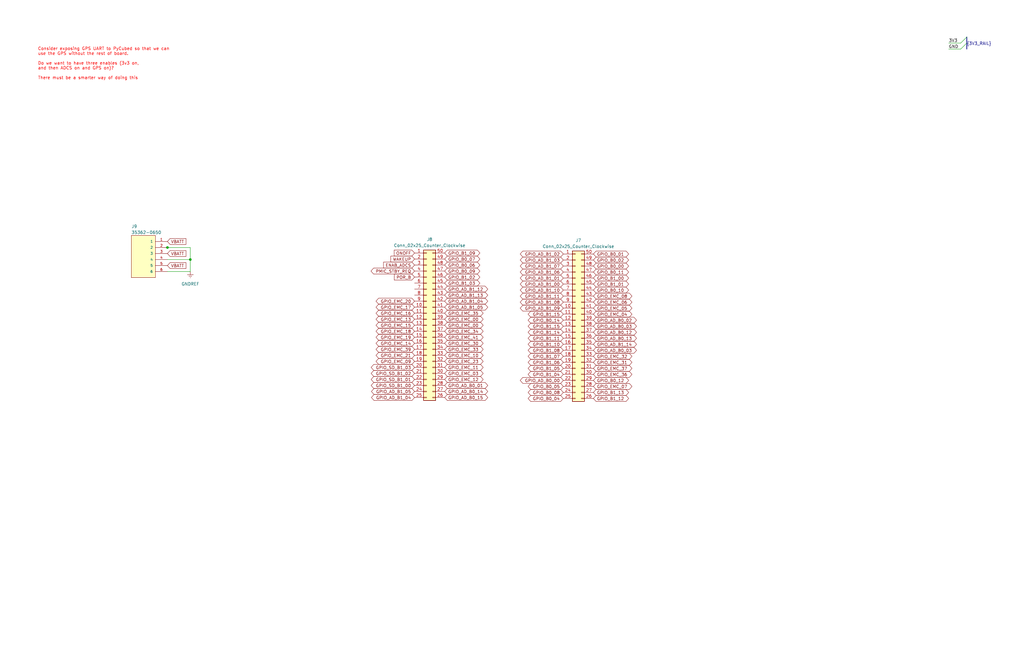
<source format=kicad_sch>
(kicad_sch (version 20230121) (generator eeschema)
  (paper "USLedger")
  (lib_symbols
    (symbol "Connector_Generic:Conn_02x25_Counter_Clockwise" (pin_names (offset 1.016) hide)
      (property "Reference" "J" (at 1.27 33.02 0))
      (property "Value" "Conn_02x25_Counter_Clockwise" (at 1.27 -33.02 0))
      (symbol "Conn_02x25_Counter_Clockwise_1_1"
        (rectangle (start -1.27 -30.353) (end 0 -30.607) (stroke (width 0.1524)))
        (rectangle (start -1.27 -27.813) (end 0 -28.067) (stroke (width 0.1524)))
        (rectangle (start -1.27 -25.273) (end 0 -25.527) (stroke (width 0.1524)))
        (rectangle (start -1.27 -22.733) (end 0 -22.987) (stroke (width 0.1524)))
        (rectangle (start -1.27 -20.193) (end 0 -20.447) (stroke (width 0.1524)))
        (rectangle (start -1.27 -17.653) (end 0 -17.907) (stroke (width 0.1524)))
        (rectangle (start -1.27 -15.113) (end 0 -15.367) (stroke (width 0.1524)))
        (rectangle (start -1.27 -12.573) (end 0 -12.827) (stroke (width 0.1524)))
        (rectangle (start -1.27 -10.033) (end 0 -10.287) (stroke (width 0.1524)))
        (rectangle (start -1.27 -7.493) (end 0 -7.747) (stroke (width 0.1524)))
        (rectangle (start -1.27 -4.953) (end 0 -5.207) (stroke (width 0.1524)))
        (rectangle (start -1.27 -2.413) (end 0 -2.667) (stroke (width 0.1524)))
        (rectangle (start -1.27 0.127) (end 0 -0.127) (stroke (width 0.1524)))
        (rectangle (start -1.27 2.667) (end 0 2.413) (stroke (width 0.1524)))
        (rectangle (start -1.27 5.207) (end 0 4.953) (stroke (width 0.1524)))
        (rectangle (start -1.27 7.747) (end 0 7.493) (stroke (width 0.1524)))
        (rectangle (start -1.27 10.287) (end 0 10.033) (stroke (width 0.1524)))
        (rectangle (start -1.27 12.827) (end 0 12.573) (stroke (width 0.1524)))
        (rectangle (start -1.27 15.367) (end 0 15.113) (stroke (width 0.1524)))
        (rectangle (start -1.27 17.907) (end 0 17.653) (stroke (width 0.1524)))
        (rectangle (start -1.27 20.447) (end 0 20.193) (stroke (width 0.1524)))
        (rectangle (start -1.27 22.987) (end 0 22.733) (stroke (width 0.1524)))
        (rectangle (start -1.27 25.527) (end 0 25.273) (stroke (width 0.1524)))
        (rectangle (start -1.27 28.067) (end 0 27.813) (stroke (width 0.1524)))
        (rectangle (start -1.27 30.607) (end 0 30.353) (stroke (width 0.1524)))
        (rectangle (start -1.27 31.75) (end 3.81 -31.75) (stroke (width 0.254)) (fill (type background)))
        (rectangle (start 3.81 -30.353) (end 2.54 -30.607) (stroke (width 0.1524)))
        (rectangle (start 3.81 -27.813) (end 2.54 -28.067) (stroke (width 0.1524)))
        (rectangle (start 3.81 -25.273) (end 2.54 -25.527) (stroke (width 0.1524)))
        (rectangle (start 3.81 -22.733) (end 2.54 -22.987) (stroke (width 0.1524)))
        (rectangle (start 3.81 -20.193) (end 2.54 -20.447) (stroke (width 0.1524)))
        (rectangle (start 3.81 -17.653) (end 2.54 -17.907) (stroke (width 0.1524)))
        (rectangle (start 3.81 -15.113) (end 2.54 -15.367) (stroke (width 0.1524)))
        (rectangle (start 3.81 -12.573) (end 2.54 -12.827) (stroke (width 0.1524)))
        (rectangle (start 3.81 -10.033) (end 2.54 -10.287) (stroke (width 0.1524)))
        (rectangle (start 3.81 -7.493) (end 2.54 -7.747) (stroke (width 0.1524)))
        (rectangle (start 3.81 -4.953) (end 2.54 -5.207) (stroke (width 0.1524)))
        (rectangle (start 3.81 -2.413) (end 2.54 -2.667) (stroke (width 0.1524)))
        (rectangle (start 3.81 0.127) (end 2.54 -0.127) (stroke (width 0.1524)))
        (rectangle (start 3.81 2.667) (end 2.54 2.413) (stroke (width 0.1524)))
        (rectangle (start 3.81 5.207) (end 2.54 4.953) (stroke (width 0.1524)))
        (rectangle (start 3.81 7.747) (end 2.54 7.493) (stroke (width 0.1524)))
        (rectangle (start 3.81 10.287) (end 2.54 10.033) (stroke (width 0.1524)))
        (rectangle (start 3.81 12.827) (end 2.54 12.573) (stroke (width 0.1524)))
        (rectangle (start 3.81 15.367) (end 2.54 15.113) (stroke (width 0.1524)))
        (rectangle (start 3.81 17.907) (end 2.54 17.653) (stroke (width 0.1524)))
        (rectangle (start 3.81 20.447) (end 2.54 20.193) (stroke (width 0.1524)))
        (rectangle (start 3.81 22.987) (end 2.54 22.733) (stroke (width 0.1524)))
        (rectangle (start 3.81 25.527) (end 2.54 25.273) (stroke (width 0.1524)))
        (rectangle (start 3.81 28.067) (end 2.54 27.813) (stroke (width 0.1524)))
        (rectangle (start 3.81 30.607) (end 2.54 30.353) (stroke (width 0.1524)))
        (pin passive line (at -5.08 30.48 0) (length 3.81) (name "Pin_1") (number "1"))
        (pin passive line (at -5.08 7.62 0) (length 3.81) (name "Pin_10") (number "10"))
        (pin passive line (at -5.08 5.08 0) (length 3.81) (name "Pin_11") (number "11"))
        (pin passive line (at -5.08 2.54 0) (length 3.81) (name "Pin_12") (number "12"))
        (pin passive line (at -5.08 0 0) (length 3.81) (name "Pin_13") (number "13"))
        (pin passive line (at -5.08 -2.54 0) (length 3.81) (name "Pin_14") (number "14"))
        (pin passive line (at -5.08 -5.08 0) (length 3.81) (name "Pin_15") (number "15"))
        (pin passive line (at -5.08 -7.62 0) (length 3.81) (name "Pin_16") (number "16"))
        (pin passive line (at -5.08 -10.16 0) (length 3.81) (name "Pin_17") (number "17"))
        (pin passive line (at -5.08 -12.7 0) (length 3.81) (name "Pin_18") (number "18"))
        (pin passive line (at -5.08 -15.24 0) (length 3.81) (name "Pin_19") (number "19"))
        (pin passive line (at -5.08 27.94 0) (length 3.81) (name "Pin_2") (number "2"))
        (pin passive line (at -5.08 -17.78 0) (length 3.81) (name "Pin_20") (number "20"))
        (pin passive line (at -5.08 -20.32 0) (length 3.81) (name "Pin_21") (number "21"))
        (pin passive line (at -5.08 -22.86 0) (length 3.81) (name "Pin_22") (number "22"))
        (pin passive line (at -5.08 -25.4 0) (length 3.81) (name "Pin_23") (number "23"))
        (pin passive line (at -5.08 -27.94 0) (length 3.81) (name "Pin_24") (number "24"))
        (pin passive line (at -5.08 -30.48 0) (length 3.81) (name "Pin_25") (number "25"))
        (pin passive line (at 7.62 -30.48 180) (length 3.81) (name "Pin_26") (number "26"))
        (pin passive line (at 7.62 -27.94 180) (length 3.81) (name "Pin_27") (number "27"))
        (pin passive line (at 7.62 -25.4 180) (length 3.81) (name "Pin_28") (number "28"))
        (pin passive line (at 7.62 -22.86 180) (length 3.81) (name "Pin_29") (number "29"))
        (pin passive line (at -5.08 25.4 0) (length 3.81) (name "Pin_3") (number "3"))
        (pin passive line (at 7.62 -20.32 180) (length 3.81) (name "Pin_30") (number "30"))
        (pin passive line (at 7.62 -17.78 180) (length 3.81) (name "Pin_31") (number "31"))
        (pin passive line (at 7.62 -15.24 180) (length 3.81) (name "Pin_32") (number "32"))
        (pin passive line (at 7.62 -12.7 180) (length 3.81) (name "Pin_33") (number "33"))
        (pin passive line (at 7.62 -10.16 180) (length 3.81) (name "Pin_34") (number "34"))
        (pin passive line (at 7.62 -7.62 180) (length 3.81) (name "Pin_35") (number "35"))
        (pin passive line (at 7.62 -5.08 180) (length 3.81) (name "Pin_36") (number "36"))
        (pin passive line (at 7.62 -2.54 180) (length 3.81) (name "Pin_37") (number "37"))
        (pin passive line (at 7.62 0 180) (length 3.81) (name "Pin_38") (number "38"))
        (pin passive line (at 7.62 2.54 180) (length 3.81) (name "Pin_39") (number "39"))
        (pin passive line (at -5.08 22.86 0) (length 3.81) (name "Pin_4") (number "4"))
        (pin passive line (at 7.62 5.08 180) (length 3.81) (name "Pin_40") (number "40"))
        (pin passive line (at 7.62 7.62 180) (length 3.81) (name "Pin_41") (number "41"))
        (pin passive line (at 7.62 10.16 180) (length 3.81) (name "Pin_42") (number "42"))
        (pin passive line (at 7.62 12.7 180) (length 3.81) (name "Pin_43") (number "43"))
        (pin passive line (at 7.62 15.24 180) (length 3.81) (name "Pin_44") (number "44"))
        (pin passive line (at 7.62 17.78 180) (length 3.81) (name "Pin_45") (number "45"))
        (pin passive line (at 7.62 20.32 180) (length 3.81) (name "Pin_46") (number "46"))
        (pin passive line (at 7.62 22.86 180) (length 3.81) (name "Pin_47") (number "47"))
        (pin passive line (at 7.62 25.4 180) (length 3.81) (name "Pin_48") (number "48"))
        (pin passive line (at 7.62 27.94 180) (length 3.81) (name "Pin_49") (number "49"))
        (pin passive line (at -5.08 20.32 0) (length 3.81) (name "Pin_5") (number "5"))
        (pin passive line (at 7.62 30.48 180) (length 3.81) (name "Pin_50") (number "50"))
        (pin passive line (at -5.08 17.78 0) (length 3.81) (name "Pin_6") (number "6"))
        (pin passive line (at -5.08 15.24 0) (length 3.81) (name "Pin_7") (number "7"))
        (pin passive line (at -5.08 12.7 0) (length 3.81) (name "Pin_8") (number "8"))
        (pin passive line (at -5.08 10.16 0) (length 3.81) (name "Pin_9") (number "9"))
      )
    )
    (symbol "GNDREF_1" (power) (pin_names (offset 0))
      (property "Value" "GNDREF_1" (at 0 -3.81 0))
      (symbol "GNDREF_1_0_1"
        (polyline (pts (xy -0.635 -1.905) (xy 0.635 -1.905)))
        (polyline (pts (xy -0.127 -2.54) (xy 0.127 -2.54)))
        (polyline (pts (xy 0 -1.27) (xy 0 0)))
        (polyline (pts (xy 1.27 -1.27) (xy -1.27 -1.27)))
      )
      (symbol "GNDREF_1_1_1"
        (pin power_in line (at 0 0 270) (length 0) hide (name "GNDREF") (number "1"))
      )
    )
    (symbol "mainboard:35362-0650" (pin_names (offset 1.016))
      (property "Reference" "J" (at -5.334 11.4554 0))
      (property "Value" "35362-0650" (at -6.096 -11.684 0))
      (symbol "35362-0650_0_0"
        (rectangle (start -5.08 -7.62) (end 5.08 10.16) (stroke (width 0.1524)) (fill (type background)))
        (pin passive line (at 10.16 7.62 180) (length 5.08) (name "1") (number "1"))
        (pin passive line (at 10.16 5.08 180) (length 5.08) (name "2") (number "2"))
        (pin passive line (at 10.16 2.54 180) (length 5.08) (name "3") (number "3"))
        (pin passive line (at 10.16 0 180) (length 5.08) (name "4") (number "4"))
        (pin passive line (at 10.16 -2.54 180) (length 5.08) (name "5") (number "5"))
        (pin passive line (at 10.16 -5.08 180) (length 5.08) (name "6") (number "6"))
      )
    )
  )
  (junction (at 80.264 109.5248))
  (junction (at 70.612 104.4448))
  (bus_entry (at 407.67 18.161) (size -2.54 2.54))
  (bus_entry (at 407.67 15.621) (size -2.54 2.54))
  (wire (pts (xy 80.264 114.6048) (xy 70.612 114.6048)))
  (wire (pts (xy 70.612 104.4448) (xy 80.264 104.4448)))
  (wire (pts (xy 80.264 109.5248) (xy 80.264 114.6048)))
  (bus (pts (xy 407.67 18.161) (xy 407.67 20.701)))
  (wire (pts (xy 80.264 109.5248) (xy 70.612 109.5248)))
  (bus (pts (xy 407.67 15.621) (xy 407.67 18.161)))
  (wire (pts (xy 70.5612 104.4448) (xy 70.612 104.4448)))
  (wire (pts (xy 400.05 18.161) (xy 405.13 18.161)))
  (wire (pts (xy 80.264 104.4448) (xy 80.264 109.5248)))
  (wire (pts (xy 400.05 20.701) (xy 405.13 20.701)))
  (text "Consider exposing GPS UART to PyCubed so that we can\nuse the GPS without the rest of board.\n\nDo we want to have three enables (3v3 on, \nand then ADCS on and GPS on)?\n\nThere must be a smarter way of doing this\n" (at 15.9512 33.7312 0) (effects (font (size 1.27 1.27)) (justify left bottom)))
  (label "{3V3_RAIL}" (at 407.67 19.431 0))
  (label "3V3" (at 400.05 18.161 0))
  (label "GND" (at 400.05 20.701 0))
  (global_label "VBATT" (shape input) (at 70.612 106.9848 0) (property "Intersheetrefs" "${INTERSHEET_REFS}" (effects hide)))
  (global_label "GPIO_EMC_18" (shape bidirectional) (at 174.8028 139.8016 180) (property "Intersheetrefs" "${INTERSHEET_REFS}" (effects hide)))
  (global_label "GPIO_EMC_14" (shape bidirectional) (at 174.8028 144.8816 180) (property "Intersheetrefs" "${INTERSHEET_REFS}" (effects hide)))
  (global_label "GPIO_EMC_17" (shape bidirectional) (at 174.8028 129.6416 180) (property "Intersheetrefs" "${INTERSHEET_REFS}" (effects hide)))
  (global_label "ENAB_ADCS" (shape input) (at 174.8028 111.8616 180) (property "Intersheetrefs" "${INTERSHEET_REFS}" (effects hide)))
  (global_label "GPIO_B1_01" (shape bidirectional) (at 250.2408 119.888 0) (property "Intersheetrefs" "${INTERSHEET_REFS}" (effects hide)))
  (global_label "GPIO_B0_07" (shape bidirectional) (at 187.5028 109.3216 0) (property "Intersheetrefs" "${INTERSHEET_REFS}" (effects hide)))
  (global_label "GPIO_EMC_41" (shape bidirectional) (at 187.5028 142.3416 0) (property "Intersheetrefs" "${INTERSHEET_REFS}" (effects hide)))
  (global_label "GPIO_AD_B0_12" (shape bidirectional) (at 250.2408 140.208 0) (property "Intersheetrefs" "${INTERSHEET_REFS}" (effects hide)))
  (global_label "GPIO_AD_B1_03" (shape bidirectional) (at 237.5408 109.728 180) (property "Intersheetrefs" "${INTERSHEET_REFS}" (effects hide)))
  (global_label "GPIO_B1_07" (shape bidirectional) (at 237.5408 150.368 180) (property "Intersheetrefs" "${INTERSHEET_REFS}" (effects hide)))
  (global_label "GPIO_B1_14" (shape bidirectional) (at 237.5408 140.208 180) (property "Intersheetrefs" "${INTERSHEET_REFS}" (effects hide)))
  (global_label "GPIO_AD_B0_00" (shape bidirectional) (at 237.5408 160.528 180) (property "Intersheetrefs" "${INTERSHEET_REFS}" (effects hide)))
  (global_label "GPIO_EMC_37" (shape bidirectional) (at 250.2408 155.448 0) (property "Intersheetrefs" "${INTERSHEET_REFS}" (effects hide)))
  (global_label "GPIO_AD_B0_15" (shape bidirectional) (at 187.5028 167.7416 0) (property "Intersheetrefs" "${INTERSHEET_REFS}" (effects hide)))
  (global_label "GPIO_AD_B1_12" (shape bidirectional) (at 187.5028 122.0216 0) (property "Intersheetrefs" "${INTERSHEET_REFS}" (effects hide)))
  (global_label "GPIO_EMC_35" (shape bidirectional) (at 187.5028 132.1816 0) (property "Intersheetrefs" "${INTERSHEET_REFS}" (effects hide)))
  (global_label "GPIO_B0_04" (shape bidirectional) (at 237.5408 168.148 180) (property "Intersheetrefs" "${INTERSHEET_REFS}" (effects hide)))
  (global_label "GPIO_AD_B1_07" (shape bidirectional) (at 237.5408 112.268 180) (property "Intersheetrefs" "${INTERSHEET_REFS}" (effects hide)))
  (global_label "GPIO_AD_B1_04" (shape bidirectional) (at 187.5028 127.1016 0) (property "Intersheetrefs" "${INTERSHEET_REFS}" (effects hide)))
  (global_label "WAKEUP" (shape input) (at 174.8028 109.3216 180) (property "Intersheetrefs" "${INTERSHEET_REFS}" (effects hide)))
  (global_label "GPIO_AD_B1_06" (shape bidirectional) (at 237.5408 114.808 180) (property "Intersheetrefs" "${INTERSHEET_REFS}" (effects hide)))
  (global_label "GPIO_SD_B1_02" (shape bidirectional) (at 174.8028 157.5816 180) (property "Intersheetrefs" "${INTERSHEET_REFS}" (effects hide)))
  (global_label "GPIO_EMC_21" (shape bidirectional) (at 174.8028 149.9616 180) (property "Intersheetrefs" "${INTERSHEET_REFS}" (effects hide)))
  (global_label "GPIO_EMC_13" (shape bidirectional) (at 174.8028 134.7216 180) (property "Intersheetrefs" "${INTERSHEET_REFS}" (effects hide)))
  (global_label "GPIO_SD_B1_00" (shape bidirectional) (at 174.8028 162.6616 180) (property "Intersheetrefs" "${INTERSHEET_REFS}" (effects hide)))
  (global_label "GPIO_B0_09" (shape bidirectional) (at 187.5028 114.4016 0) (property "Intersheetrefs" "${INTERSHEET_REFS}" (effects hide)))
  (global_label "GPIO_B1_13" (shape bidirectional) (at 250.2408 165.608 0) (property "Intersheetrefs" "${INTERSHEET_REFS}" (effects hide)))
  (global_label "GPIO_AD_B1_11" (shape bidirectional) (at 237.5408 124.968 180) (property "Intersheetrefs" "${INTERSHEET_REFS}" (effects hide)))
  (global_label "GPIO_B1_15" (shape bidirectional) (at 237.5408 132.588 180) (property "Intersheetrefs" "${INTERSHEET_REFS}" (effects hide)))
  (global_label "GPIO_AD_B0_02" (shape bidirectional) (at 250.2408 135.128 0) (property "Intersheetrefs" "${INTERSHEET_REFS}" (effects hide)))
  (global_label "GPIO_AD_B0_03" (shape bidirectional) (at 250.2408 147.828 0) (property "Intersheetrefs" "${INTERSHEET_REFS}" (effects hide)))
  (global_label "GPIO_B0_12" (shape bidirectional) (at 250.2408 160.528 0) (property "Intersheetrefs" "${INTERSHEET_REFS}" (effects hide)))
  (global_label "GPIO_SD_B1_03" (shape bidirectional) (at 174.8028 155.0416 180) (property "Intersheetrefs" "${INTERSHEET_REFS}" (effects hide)))
  (global_label "GPIO_AD_B1_05" (shape bidirectional) (at 187.5028 129.6416 0) (property "Intersheetrefs" "${INTERSHEET_REFS}" (effects hide)))
  (global_label "GPIO_B1_06" (shape bidirectional) (at 237.5408 152.908 180) (property "Intersheetrefs" "${INTERSHEET_REFS}" (effects hide)))
  (global_label "GPIO_EMC_10" (shape bidirectional) (at 187.5028 149.9616 0) (property "Intersheetrefs" "${INTERSHEET_REFS}" (effects hide)))
  (global_label "GPIO_EMC_20" (shape bidirectional) (at 174.8028 127.1016 180) (property "Intersheetrefs" "${INTERSHEET_REFS}" (effects hide)))
  (global_label "GPIO_EMC_31" (shape bidirectional) (at 250.2408 152.908 0) (property "Intersheetrefs" "${INTERSHEET_REFS}" (effects hide)))
  (global_label "GPIO_EMC_08" (shape bidirectional) (at 250.2408 124.968 0) (property "Intersheetrefs" "${INTERSHEET_REFS}" (effects hide)))
  (global_label "GPIO_B0_01" (shape bidirectional) (at 250.2408 107.188 0) (property "Intersheetrefs" "${INTERSHEET_REFS}" (effects hide)))
  (global_label "GPIO_B1_05" (shape bidirectional) (at 237.5408 155.448 180) (property "Intersheetrefs" "${INTERSHEET_REFS}" (effects hide)))
  (global_label "GPIO_EMC_33" (shape bidirectional) (at 187.5028 147.4216 0) (property "Intersheetrefs" "${INTERSHEET_REFS}" (effects hide)))
  (global_label "GPIO_EMC_11" (shape bidirectional) (at 187.5028 155.0416 0) (property "Intersheetrefs" "${INTERSHEET_REFS}" (effects hide)))
  (global_label "GPIO_B0_00" (shape bidirectional) (at 250.2408 112.268 0) (property "Intersheetrefs" "${INTERSHEET_REFS}" (effects hide)))
  (global_label "GPIO_B0_05" (shape bidirectional) (at 237.5408 163.068 180) (property "Intersheetrefs" "${INTERSHEET_REFS}" (effects hide)))
  (global_label "GPIO_AD_B0_01" (shape bidirectional) (at 187.5028 162.6616 0) (property "Intersheetrefs" "${INTERSHEET_REFS}" (effects hide)))
  (global_label "GPIO_AD_B0_14" (shape bidirectional) (at 187.5028 165.2016 0) (property "Intersheetrefs" "${INTERSHEET_REFS}" (effects hide)))
  (global_label "GPIO_AD_B1_14" (shape bidirectional) (at 250.2408 145.288 0) (property "Intersheetrefs" "${INTERSHEET_REFS}" (effects hide)))
  (global_label "GPIO_B1_11" (shape bidirectional) (at 237.5408 142.748 180) (property "Intersheetrefs" "${INTERSHEET_REFS}" (effects hide)))
  (global_label "GPIO_EMC_34" (shape bidirectional) (at 187.5028 139.8016 0) (property "Intersheetrefs" "${INTERSHEET_REFS}" (effects hide)))
  (global_label "GPIO_B1_09" (shape bidirectional) (at 187.5028 106.7816 0) (property "Intersheetrefs" "${INTERSHEET_REFS}" (effects hide)))
  (global_label "GPIO_EMC_06" (shape bidirectional) (at 250.2408 127.508 0) (property "Intersheetrefs" "${INTERSHEET_REFS}" (effects hide)))
  (global_label "GPIO_EMC_03" (shape bidirectional) (at 187.5028 157.5816 0) (property "Intersheetrefs" "${INTERSHEET_REFS}" (effects hide)))
  (global_label "GPIO_EMC_05" (shape bidirectional) (at 250.2408 130.048 0) (property "Intersheetrefs" "${INTERSHEET_REFS}" (effects hide)))
  (global_label "GPIO_EMC_00" (shape bidirectional) (at 187.5028 134.7216 0) (property "Intersheetrefs" "${INTERSHEET_REFS}" (effects hide)))
  (global_label "GPIO_AD_B1_09" (shape bidirectional) (at 237.5408 130.048 180) (property "Intersheetrefs" "${INTERSHEET_REFS}" (effects hide)))
  (global_label "GPIO_B1_10" (shape bidirectional) (at 237.5408 145.288 180) (property "Intersheetrefs" "${INTERSHEET_REFS}" (effects hide)))
  (global_label "GPIO_EMC_09" (shape bidirectional) (at 174.8028 152.5016 180) (property "Intersheetrefs" "${INTERSHEET_REFS}" (effects hide)))
  (global_label "GPIO_B0_14" (shape bidirectional) (at 237.5408 135.128 180) (property "Intersheetrefs" "${INTERSHEET_REFS}" (effects hide)))
  (global_label "GPIO_EMC_12" (shape bidirectional) (at 187.5028 160.1216 0) (property "Intersheetrefs" "${INTERSHEET_REFS}" (effects hide)))
  (global_label "GPIO_EMC_32" (shape bidirectional) (at 250.2408 150.368 0) (property "Intersheetrefs" "${INTERSHEET_REFS}" (effects hide)))
  (global_label "GPIO_EMC_15" (shape bidirectional) (at 174.8028 137.2616 180) (property "Intersheetrefs" "${INTERSHEET_REFS}" (effects hide)))
  (global_label "GPIO_AD_B1_01" (shape bidirectional) (at 237.5408 117.348 180) (property "Intersheetrefs" "${INTERSHEET_REFS}" (effects hide)))
  (global_label "GPIO_B0_06" (shape bidirectional) (at 187.5028 111.8616 0) (property "Intersheetrefs" "${INTERSHEET_REFS}" (effects hide)))
  (global_label "GPIO_EMC_36" (shape bidirectional) (at 250.2408 157.988 0) (property "Intersheetrefs" "${INTERSHEET_REFS}" (effects hide)))
  (global_label "GPIO_EMC_23" (shape bidirectional) (at 187.5028 152.5016 0) (property "Intersheetrefs" "${INTERSHEET_REFS}" (effects hide)))
  (global_label "GPIO_AD_B1_00" (shape bidirectional) (at 237.5408 119.888 180) (property "Intersheetrefs" "${INTERSHEET_REFS}" (effects hide)))
  (global_label "GPIO_EMC_30" (shape bidirectional) (at 187.5028 144.8816 0) (property "Intersheetrefs" "${INTERSHEET_REFS}" (effects hide)))
  (global_label "PMIC_STBY_REQ" (shape bidirectional) (at 174.8028 114.4016 180) (property "Intersheetrefs" "${INTERSHEET_REFS}" (effects hide)))
  (global_label "GPIO_AD_B1_08" (shape bidirectional) (at 237.5408 127.508 180) (property "Intersheetrefs" "${INTERSHEET_REFS}" (effects hide)))
  (global_label "VBATT" (shape input) (at 70.612 112.0648 0) (property "Intersheetrefs" "${INTERSHEET_REFS}" (effects hide)))
  (global_label "GPIO_EMC_39" (shape bidirectional) (at 174.8028 147.4216 180) (property "Intersheetrefs" "${INTERSHEET_REFS}" (effects hide)))
  (global_label "GPIO_B1_12" (shape bidirectional) (at 250.2408 168.148 0) (property "Intersheetrefs" "${INTERSHEET_REFS}" (effects hide)))
  (global_label "GPIO_AD_B1_04" (shape bidirectional) (at 174.8028 167.7416 180) (property "Intersheetrefs" "${INTERSHEET_REFS}" (effects hide)))
  (global_label "GPIO_B1_04" (shape bidirectional) (at 237.5408 157.988 180) (property "Intersheetrefs" "${INTERSHEET_REFS}" (effects hide)))
  (global_label "GPIO_EMC_00" (shape bidirectional) (at 187.5028 137.2616 0) (property "Intersheetrefs" "${INTERSHEET_REFS}" (effects hide)))
  (global_label "GPIO_B0_11" (shape bidirectional) (at 250.2408 114.808 0) (property "Intersheetrefs" "${INTERSHEET_REFS}" (effects hide)))
  (global_label "GPIO_SD_B1_01" (shape bidirectional) (at 174.8028 160.1216 180) (property "Intersheetrefs" "${INTERSHEET_REFS}" (effects hide)))
  (global_label "GPIO_AD_B0_03" (shape bidirectional) (at 250.2408 137.668 0) (property "Intersheetrefs" "${INTERSHEET_REFS}" (effects hide)))
  (global_label "GPIO_B1_03" (shape bidirectional) (at 187.5028 119.4816 0) (property "Intersheetrefs" "${INTERSHEET_REFS}" (effects hide)))
  (global_label "ONOFF" (shape input) (at 174.8028 106.7816 180) (property "Intersheetrefs" "${INTERSHEET_REFS}" (effects hide)))
  (global_label "GPIO_AD_B0_13" (shape bidirectional) (at 250.2408 142.748 0) (property "Intersheetrefs" "${INTERSHEET_REFS}" (effects hide)))
  (global_label "GPIO_EMC_07" (shape bidirectional) (at 250.2408 163.068 0) (property "Intersheetrefs" "${INTERSHEET_REFS}" (effects hide)))
  (global_label "GPIO_EMC_04" (shape bidirectional) (at 250.2408 132.588 0) (property "Intersheetrefs" "${INTERSHEET_REFS}" (effects hide)))
  (global_label "POR_B" (shape input) (at 174.8028 116.9416 180) (property "Intersheetrefs" "${INTERSHEET_REFS}" (effects hide)))
  (global_label "GPIO_B1_15" (shape bidirectional) (at 237.5408 137.668 180) (property "Intersheetrefs" "${INTERSHEET_REFS}" (effects hide)))
  (global_label "GPIO_AD_B1_02" (shape bidirectional) (at 237.5408 107.188 180) (property "Intersheetrefs" "${INTERSHEET_REFS}" (effects hide)))
  (global_label "GPIO_B0_02" (shape bidirectional) (at 250.2408 109.728 0) (property "Intersheetrefs" "${INTERSHEET_REFS}" (effects hide)))
  (global_label "VBATT" (shape input) (at 70.612 101.9048 0) (property "Intersheetrefs" "${INTERSHEET_REFS}" (effects hide)))
  (global_label "GPIO_B1_02" (shape bidirectional) (at 187.5028 116.9416 0) (property "Intersheetrefs" "${INTERSHEET_REFS}" (effects hide)))
  (global_label "GPIO_AD_B1_10" (shape bidirectional) (at 237.5408 122.428 180) (property "Intersheetrefs" "${INTERSHEET_REFS}" (effects hide)))
  (global_label "GPIO_B0_08" (shape bidirectional) (at 237.5408 165.608 180) (property "Intersheetrefs" "${INTERSHEET_REFS}" (effects hide)))
  (global_label "GPIO_B1_00" (shape bidirectional) (at 250.2408 117.348 0) (property "Intersheetrefs" "${INTERSHEET_REFS}" (effects hide)))
  (global_label "GPIO_B0_10" (shape bidirectional) (at 250.2408 122.428 0) (property "Intersheetrefs" "${INTERSHEET_REFS}" (effects hide)))
  (global_label "GPIO_AD_B1_05" (shape bidirectional) (at 174.8028 165.2016 180) (property "Intersheetrefs" "${INTERSHEET_REFS}" (effects hide)))
  (global_label "GPIO_EMC_16" (shape bidirectional) (at 174.8028 132.1816 180) (property "Intersheetrefs" "${INTERSHEET_REFS}" (effects hide)))
  (global_label "GPIO_B1_08" (shape bidirectional) (at 237.5408 147.828 180) (property "Intersheetrefs" "${INTERSHEET_REFS}" (effects hide)))
  (global_label "GPIO_AD_B1_13" (shape bidirectional) (at 187.5028 124.5616 0) (property "Intersheetrefs" "${INTERSHEET_REFS}" (effects hide)))
  (global_label "GPIO_EMC_19" (shape bidirectional) (at 174.8028 142.3416 180) (property "Intersheetrefs" "${INTERSHEET_REFS}" (effects hide)))
  (symbol (lib_id "Connector_Generic:Conn_02x25_Counter_Clockwise") (at 242.6208 137.668 0) (unit 1)
    (property "Reference" "J7" (at 243.8908 101.4476 0))
    (property "Value" "Conn_02x25_Counter_Clockwise" (at 243.8908 103.9876 0))
  )
  (symbol (lib_id "mainboard:35362-0650") (at 60.452 109.5248 0) (unit 1)
    (property "Reference" "J9" (at 56.642 95.5548 0))
    (property "Value" "35362-0650" (at 61.722 98.0948 0))
    (property "Footprint" "mainboard:MOLEX_35362-0650" (effects hide))
    (instances (project "adcs-hardware" (path "" (reference "J9") (unit 1))) (project "mainboard" (path "" (reference "J3") (unit 1))))
  )
  (symbol (lib_id "Connector_Generic:Conn_02x25_Counter_Clockwise") (at 179.8828 137.2616 0) (unit 1)
    (property "Reference" "J8" (at 181.1528 101.0412 0))
    (property "Value" "Conn_02x25_Counter_Clockwise" (at 181.1528 103.5812 0))
  )
  (symbol (lib_name "GNDREF_1") (lib_id "power:GNDREF") (at 80.264 114.6556 0) (unit 1)
    (property "Reference" "#PWR033" (effects hide))
    (property "Value" "GNDREF" (at 80.264 119.8372 0))
  )
)
</source>
